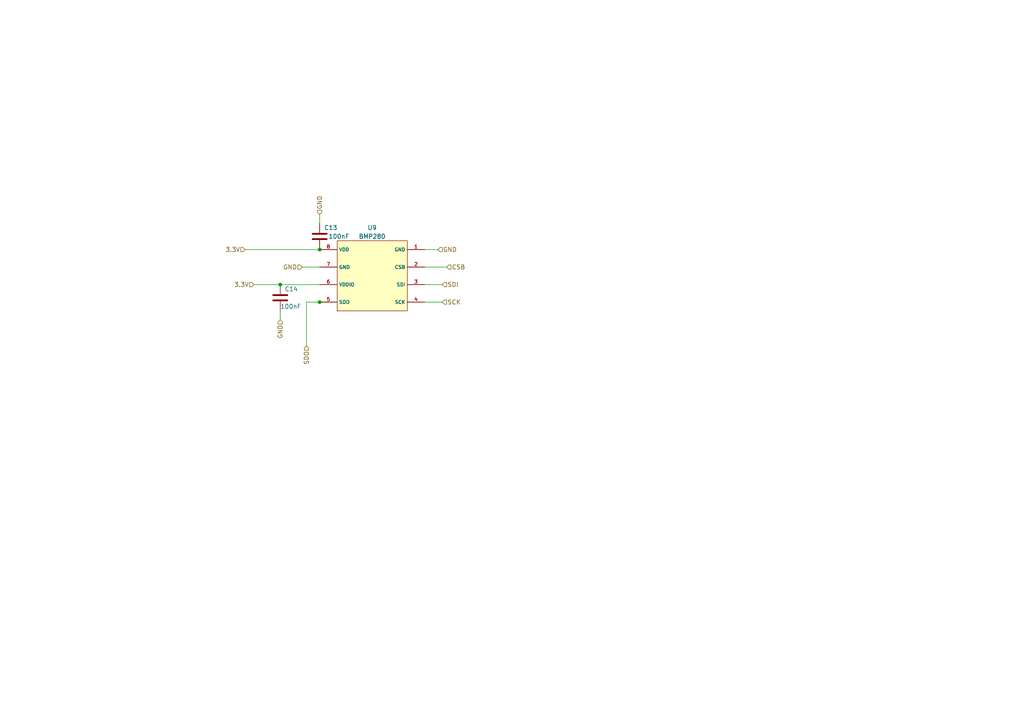
<source format=kicad_sch>
(kicad_sch (version 20231120) (generator "eeschema") (generator_version "8.0")
  (paper "A4")
  (lib_symbols
    (symbol "Device:C" (pin_numbers hide) (pin_names (offset 0.254))
      (property "Reference" "C" (at 0.635 2.54 0))
      (property "Value" "C" (at 0.635 -2.54 0))
      (symbol "C_0_1"
        (polyline (pts (xy -2.032 -0.762) (xy 2.032 -0.762)) (stroke (width 0.508)))
        (polyline (pts (xy -2.032 0.762) (xy 2.032 0.762)) (stroke (width 0.508)))
      )
      (symbol "C_1_1"
        (pin passive line (at 0 3.81 270) (length 2.794) (name "~") (number "1"))
        (pin passive line (at 0 -3.81 90) (length 2.794) (name "~") (number "2"))
      )
    )
    (symbol "polaris-sym:BMP280"
      (property "Reference" "U" (at 0 1.27 0))
      (property "Value" "BMP280" (at 0 -2.54 0))
      (symbol "BMP280_0_1"
        (rectangle (start -10.16 10.16) (end 10.16 -10.16) (fill (type background)))
        (pin unspecified line (at 15.24 7.62 180) (length 5.08) (name "GND") (number "1"))
        (pin unspecified line (at 15.24 2.54 180) (length 5.08) (name "CSB") (number "2"))
        (pin unspecified line (at 15.24 -2.54 180) (length 5.08) (name "SDI") (number "3"))
        (pin unspecified line (at 15.24 -7.62 180) (length 5.08) (name "SCK") (number "4"))
        (pin unspecified line (at -15.24 -7.62 0) (length 5.08) (name "SDO") (number "5"))
        (pin unspecified line (at -15.24 -2.54 0) (length 5.08) (name "VDDIO") (number "6"))
        (pin unspecified line (at -15.24 2.54 0) (length 5.08) (name "GND") (number "7"))
        (pin unspecified line (at -15.24 7.62 0) (length 5.08) (name "VDD") (number "8"))
      )
    )
  )
  (junction (at 81.28 82.55))
  (junction (at 92.71 87.63))
  (junction (at 92.71 72.39))
  (wire (pts (xy 73.66 82.55) (xy 81.28 82.55)))
  (wire (pts (xy 92.71 62.23) (xy 92.71 64.77)))
  (wire (pts (xy 123.19 72.39) (xy 127 72.39)))
  (wire (pts (xy 92.71 87.63) (xy 96.52 87.63)))
  (wire (pts (xy 123.19 87.63) (xy 128.27 87.63)))
  (wire (pts (xy 123.19 82.55) (xy 128.27 82.55)))
  (wire (pts (xy 71.12 72.39) (xy 92.71 72.39)))
  (wire (pts (xy 88.9 87.63) (xy 92.71 87.63)))
  (wire (pts (xy 123.19 77.47) (xy 129.54 77.47)))
  (wire (pts (xy 81.28 82.55) (xy 92.71 82.55)))
  (wire (pts (xy 87.63 77.47) (xy 92.71 77.47)))
  (wire (pts (xy 81.28 90.17) (xy 81.28 92.71)))
  (wire (pts (xy 88.9 100.33) (xy 88.9 87.63)))
  (hierarchical_label "GND" (shape input) (at 81.28 92.71 270))
  (hierarchical_label "3.3V" (shape input) (at 73.66 82.55 180))
  (hierarchical_label "SDI" (shape input) (at 128.27 82.55 0))
  (hierarchical_label "GND" (shape input) (at 92.71 62.23 90))
  (hierarchical_label "GND" (shape input) (at 87.63 77.47 180))
  (hierarchical_label "SDO" (shape input) (at 88.9 100.33 270))
  (hierarchical_label "CSB" (shape input) (at 129.54 77.47 0))
  (hierarchical_label "SCK" (shape input) (at 128.27 87.63 0))
  (hierarchical_label "GND" (shape input) (at 127 72.39 0))
  (hierarchical_label "3.3V" (shape input) (at 71.12 72.39 180))
  (symbol (lib_id "polaris-sym:BMP280") (at 107.95 80.01 0) (unit 1)
    (property "Reference" "U9" (at 107.95 66.04 0))
    (property "Value" "BMP280" (at 107.95 68.58 0))
    (property "Footprint" "polaris-fp:LGA-8_L2.5-W2.0-P0.65_AMP6127" (effects (hide yes)))
    (property "Datasheet" "https://cn.bing.com/search?q=datasheet%3A+%20AMP6127" (effects (hide yes)))
    (property "LCSC" "C83291" (effects (hide yes)))
  )
  (symbol (lib_id "Device:C") (at 92.71 68.58 180) (unit 1)
    (property "Reference" "C13" (at 93.98 66.04 0) (effects (justify right)))
    (property "Value" "100nF" (at 95.25 68.58 0) (effects (justify right)))
    (property "Footprint" "Capacitor_SMD:C_0402_1005Metric" (effects (hide yes)))
  )
  (symbol (lib_id "Device:C") (at 81.28 86.36 0) (unit 1)
    (property "Reference" "C14" (at 82.55 83.82 0) (effects (justify left)))
    (property "Value" "100nF" (at 81.28 88.9 0) (effects (justify left)))
    (property "Footprint" "Capacitor_SMD:C_0402_1005Metric" (effects (hide yes)))
  )
)
</source>
